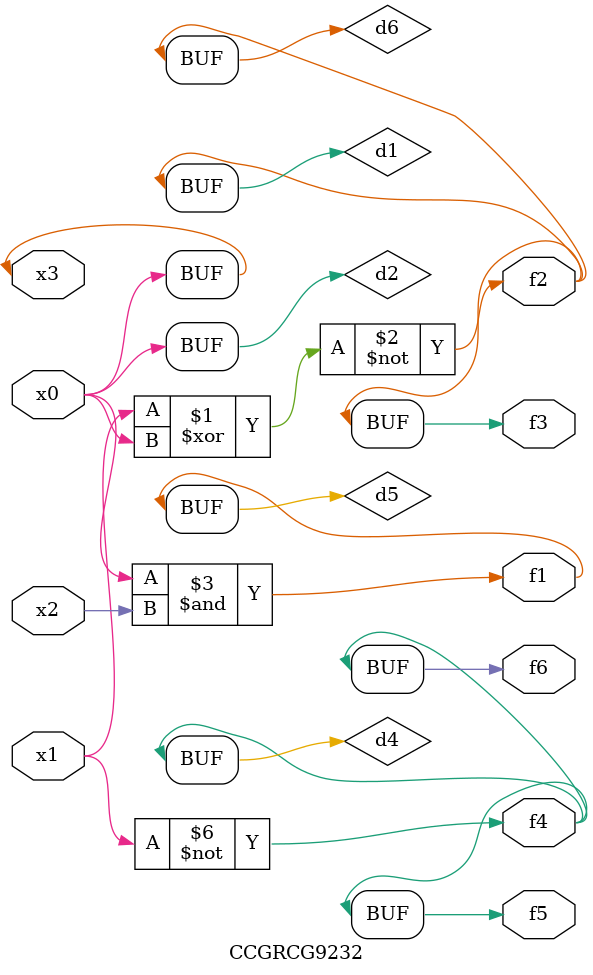
<source format=v>
module CCGRCG9232(
	input x0, x1, x2, x3,
	output f1, f2, f3, f4, f5, f6
);

	wire d1, d2, d3, d4, d5, d6;

	xnor (d1, x1, x3);
	buf (d2, x0, x3);
	nand (d3, x0, x2);
	not (d4, x1);
	nand (d5, d3);
	or (d6, d1);
	assign f1 = d5;
	assign f2 = d6;
	assign f3 = d6;
	assign f4 = d4;
	assign f5 = d4;
	assign f6 = d4;
endmodule

</source>
